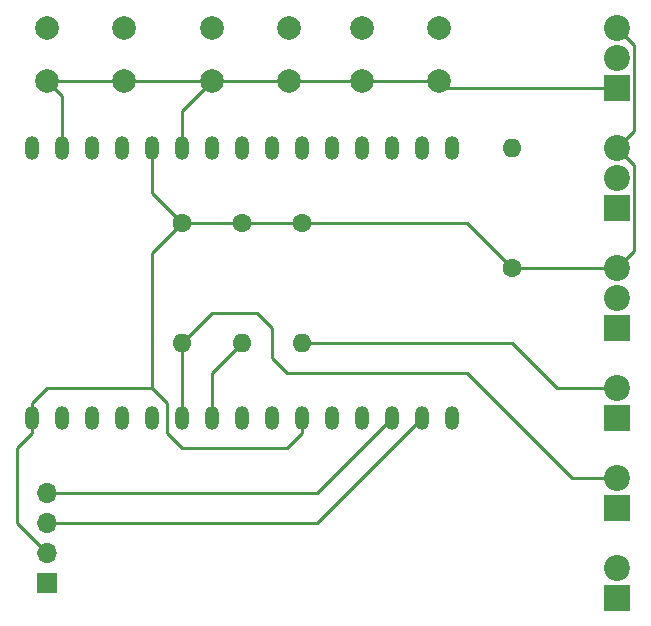
<source format=gbr>
%TF.GenerationSoftware,KiCad,Pcbnew,(5.1.6-0-10_14)*%
%TF.CreationDate,2020-09-21T00:36:23-04:00*%
%TF.ProjectId,MQTT Relay,4d515454-2052-4656-9c61-792e6b696361,rev?*%
%TF.SameCoordinates,Original*%
%TF.FileFunction,Copper,L1,Top*%
%TF.FilePolarity,Positive*%
%FSLAX46Y46*%
G04 Gerber Fmt 4.6, Leading zero omitted, Abs format (unit mm)*
G04 Created by KiCad (PCBNEW (5.1.6-0-10_14)) date 2020-09-21 00:36:23*
%MOMM*%
%LPD*%
G01*
G04 APERTURE LIST*
%TA.AperFunction,ComponentPad*%
%ADD10O,1.200000X2.000000*%
%TD*%
%TA.AperFunction,ComponentPad*%
%ADD11C,2.000000*%
%TD*%
%TA.AperFunction,ComponentPad*%
%ADD12C,2.200000*%
%TD*%
%TA.AperFunction,ComponentPad*%
%ADD13R,2.200000X2.200000*%
%TD*%
%TA.AperFunction,ComponentPad*%
%ADD14O,1.700000X1.700000*%
%TD*%
%TA.AperFunction,ComponentPad*%
%ADD15R,1.700000X1.700000*%
%TD*%
%TA.AperFunction,ComponentPad*%
%ADD16O,1.600000X1.600000*%
%TD*%
%TA.AperFunction,ComponentPad*%
%ADD17C,1.600000*%
%TD*%
%TA.AperFunction,Conductor*%
%ADD18C,0.250000*%
%TD*%
G04 APERTURE END LIST*
D10*
%TO.P,A1,15*%
%TO.N,Net-(A1-Pad15)*%
X119380000Y-72390000D03*
%TO.P,A1,16*%
%TO.N,Net-(A1-Pad16)*%
X119380000Y-49530000D03*
%TO.P,A1,14*%
%TO.N,Net-(A1-Pad14)*%
X116840000Y-72390000D03*
%TO.P,A1,17*%
%TO.N,N/C*%
X116840000Y-49530000D03*
%TO.P,A1,13*%
%TO.N,Net-(A1-Pad13)*%
X114300000Y-72390000D03*
%TO.P,A1,18*%
%TO.N,N/C*%
X114300000Y-49530000D03*
%TO.P,A1,12*%
%TO.N,Net-(A1-Pad12)*%
X111760000Y-72390000D03*
%TO.P,A1,19*%
%TO.N,Net-(A1-Pad19)*%
X111760000Y-49530000D03*
%TO.P,A1,11*%
%TO.N,Net-(A1-Pad11)*%
X109220000Y-72390000D03*
%TO.P,A1,20*%
%TO.N,Net-(A1-Pad20)*%
X109220000Y-49530000D03*
%TO.P,A1,10*%
%TO.N,+3V3*%
X106680000Y-72390000D03*
%TO.P,A1,21*%
%TO.N,Net-(A1-Pad21)*%
X106680000Y-49530000D03*
%TO.P,A1,9*%
%TO.N,GND*%
X104140000Y-72390000D03*
%TO.P,A1,22*%
%TO.N,Net-(A1-Pad22)*%
X104140000Y-49530000D03*
%TO.P,A1,8*%
%TO.N,Net-(A1-Pad8)*%
X101600000Y-72390000D03*
%TO.P,A1,23*%
%TO.N,Net-(A1-Pad23)*%
X101600000Y-49530000D03*
%TO.P,A1,7*%
%TO.N,/~CFG*%
X99060000Y-72390000D03*
%TO.P,A1,24*%
%TO.N,Net-(A1-Pad24)*%
X99060000Y-49530000D03*
%TO.P,A1,6*%
%TO.N,Net-(A1-Pad6)*%
X96520000Y-72390000D03*
%TO.P,A1,25*%
%TO.N,GND*%
X96520000Y-49530000D03*
%TO.P,A1,5*%
%TO.N,Net-(A1-Pad5)*%
X93980000Y-72390000D03*
%TO.P,A1,26*%
%TO.N,+3V3*%
X93980000Y-49530000D03*
%TO.P,A1,4*%
%TO.N,Net-(A1-Pad4)*%
X91440000Y-72390000D03*
%TO.P,A1,27*%
%TO.N,Net-(A1-Pad27)*%
X91440000Y-49530000D03*
%TO.P,A1,3*%
%TO.N,Net-(A1-Pad3)*%
X88900000Y-72390000D03*
%TO.P,A1,28*%
%TO.N,Net-(A1-Pad28)*%
X88900000Y-49530000D03*
%TO.P,A1,2*%
%TO.N,GND*%
X86360000Y-72390000D03*
%TO.P,A1,29*%
X86360000Y-49530000D03*
%TO.P,A1,1*%
%TO.N,+3V3*%
X83820000Y-72390000D03*
%TO.P,A1,30*%
%TO.N,Net-(A1-Pad30)*%
X83820000Y-49530000D03*
%TD*%
D11*
%TO.P,SW2,1*%
%TO.N,Net-(A1-Pad6)*%
X118260000Y-39370000D03*
%TO.P,SW2,2*%
%TO.N,GND*%
X118260000Y-43870000D03*
%TO.P,SW2,1*%
%TO.N,Net-(A1-Pad6)*%
X111760000Y-39370000D03*
%TO.P,SW2,2*%
%TO.N,GND*%
X111760000Y-43870000D03*
%TD*%
D12*
%TO.P,J6,3*%
%TO.N,+3V3*%
X133350000Y-59690000D03*
%TO.P,J6,2*%
%TO.N,Net-(A1-Pad11)*%
X133350000Y-62230000D03*
D13*
%TO.P,J6,1*%
%TO.N,GND*%
X133350000Y-64770000D03*
%TD*%
D12*
%TO.P,J5,3*%
%TO.N,+3V3*%
X133350000Y-49530000D03*
%TO.P,J5,2*%
%TO.N,Net-(A1-Pad12)*%
X133350000Y-52070000D03*
D13*
%TO.P,J5,1*%
%TO.N,GND*%
X133350000Y-54610000D03*
%TD*%
D12*
%TO.P,J4,2*%
%TO.N,Net-(A1-Pad6)*%
X133350000Y-77470000D03*
D13*
%TO.P,J4,1*%
%TO.N,GND*%
X133350000Y-80010000D03*
%TD*%
D14*
%TO.P,U1,4*%
%TO.N,Net-(A1-Pad13)*%
X85090000Y-78740000D03*
%TO.P,U1,3*%
%TO.N,Net-(A1-Pad14)*%
X85090000Y-81280000D03*
%TO.P,U1,2*%
%TO.N,+3V3*%
X85090000Y-83820000D03*
D15*
%TO.P,U1,1*%
%TO.N,GND*%
X85090000Y-86360000D03*
%TD*%
D11*
%TO.P,SW3,1*%
%TO.N,/~CFG*%
X91590000Y-39370000D03*
%TO.P,SW3,2*%
%TO.N,GND*%
X91590000Y-43870000D03*
%TO.P,SW3,1*%
%TO.N,/~CFG*%
X85090000Y-39370000D03*
%TO.P,SW3,2*%
%TO.N,GND*%
X85090000Y-43870000D03*
%TD*%
%TO.P,SW1,1*%
%TO.N,Net-(A1-Pad19)*%
X105560000Y-39370000D03*
%TO.P,SW1,2*%
%TO.N,GND*%
X105560000Y-43870000D03*
%TO.P,SW1,1*%
%TO.N,Net-(A1-Pad19)*%
X99060000Y-39370000D03*
%TO.P,SW1,2*%
%TO.N,GND*%
X99060000Y-43870000D03*
%TD*%
D16*
%TO.P,R4,2*%
%TO.N,/~CFG*%
X101600000Y-66040000D03*
D17*
%TO.P,R4,1*%
%TO.N,+3V3*%
X101600000Y-55880000D03*
%TD*%
D16*
%TO.P,R3,2*%
%TO.N,Net-(A1-Pad6)*%
X96520000Y-66040000D03*
D17*
%TO.P,R3,1*%
%TO.N,+3V3*%
X96520000Y-55880000D03*
%TD*%
D16*
%TO.P,R2,2*%
%TO.N,Net-(A1-Pad19)*%
X106680000Y-66040000D03*
D17*
%TO.P,R2,1*%
%TO.N,+3V3*%
X106680000Y-55880000D03*
%TD*%
D16*
%TO.P,R1,2*%
%TO.N,Net-(A1-Pad8)*%
X124460000Y-49530000D03*
D17*
%TO.P,R1,1*%
%TO.N,+3V3*%
X124460000Y-59690000D03*
%TD*%
D12*
%TO.P,J3,2*%
%TO.N,Net-(A1-Pad19)*%
X133350000Y-69850000D03*
D13*
%TO.P,J3,1*%
%TO.N,GND*%
X133350000Y-72390000D03*
%TD*%
D12*
%TO.P,J2,3*%
%TO.N,+3V3*%
X133350000Y-39370000D03*
%TO.P,J2,2*%
%TO.N,Net-(A1-Pad8)*%
X133350000Y-41910000D03*
D13*
%TO.P,J2,1*%
%TO.N,GND*%
X133350000Y-44450000D03*
%TD*%
D12*
%TO.P,J1,2*%
%TO.N,Net-(A1-Pad30)*%
X133350000Y-85090000D03*
D13*
%TO.P,J1,1*%
%TO.N,GND*%
X133350000Y-87630000D03*
%TD*%
D18*
%TO.N,GND*%
X132474999Y-45325001D02*
X133350000Y-44450000D01*
X118840000Y-44450000D02*
X118260000Y-43870000D01*
X133350000Y-44450000D02*
X118840000Y-44450000D01*
X118260000Y-43870000D02*
X85090000Y-43870000D01*
X99060000Y-43870000D02*
X96520000Y-46410000D01*
X96520000Y-46410000D02*
X96520000Y-49530000D01*
X85090000Y-43870000D02*
X86360000Y-45140000D01*
X86360000Y-45140000D02*
X86360000Y-49530000D01*
%TO.N,+3V3*%
X134775001Y-48104999D02*
X133350000Y-49530000D01*
X134775001Y-40795001D02*
X134775001Y-48104999D01*
X133350000Y-39370000D02*
X134775001Y-40795001D01*
X134775001Y-58264999D02*
X133350000Y-59690000D01*
X134775001Y-50955001D02*
X134775001Y-58264999D01*
X133350000Y-49530000D02*
X134775001Y-50955001D01*
X124460000Y-59690000D02*
X133350000Y-59690000D01*
X124460000Y-59690000D02*
X120650000Y-55880000D01*
X120650000Y-55880000D02*
X96520000Y-55880000D01*
X93980000Y-49530000D02*
X93980000Y-50800000D01*
X83820000Y-72390000D02*
X83820000Y-71120000D01*
X83820000Y-71120000D02*
X85090000Y-69850000D01*
X85090000Y-69850000D02*
X93980000Y-69850000D01*
X93980000Y-69850000D02*
X95250000Y-71120000D01*
X95250000Y-71120000D02*
X95250000Y-73660000D01*
X95250000Y-73660000D02*
X96520000Y-74930000D01*
X96520000Y-74930000D02*
X105410000Y-74930000D01*
X106680000Y-73660000D02*
X106680000Y-72390000D01*
X105410000Y-74930000D02*
X106680000Y-73660000D01*
X93980000Y-68580000D02*
X93980000Y-69850000D01*
X93980000Y-50800000D02*
X93980000Y-52705000D01*
X93980000Y-53340000D02*
X96520000Y-55880000D01*
X93980000Y-52705000D02*
X93980000Y-53340000D01*
X93980000Y-58420000D02*
X93980000Y-68580000D01*
X96520000Y-55880000D02*
X93980000Y-58420000D01*
X82550000Y-81280000D02*
X85090000Y-83820000D01*
X83820000Y-72390000D02*
X83820000Y-73660000D01*
X83820000Y-73660000D02*
X82550000Y-74930000D01*
X82550000Y-74930000D02*
X82550000Y-81280000D01*
%TO.N,Net-(A1-Pad19)*%
X128270000Y-69850000D02*
X133350000Y-69850000D01*
X106680000Y-66040000D02*
X124460000Y-66040000D01*
X124460000Y-66040000D02*
X128270000Y-69850000D01*
%TO.N,Net-(A1-Pad6)*%
X96520000Y-66040000D02*
X96520000Y-72390000D01*
X102870000Y-63500000D02*
X99060000Y-63500000D01*
X104140000Y-67310000D02*
X104140000Y-64770000D01*
X105410000Y-68580000D02*
X104140000Y-67310000D01*
X120650000Y-68580000D02*
X105410000Y-68580000D01*
X99060000Y-63500000D02*
X96520000Y-66040000D01*
X129540000Y-77470000D02*
X120650000Y-68580000D01*
X104140000Y-64770000D02*
X102870000Y-63500000D01*
X133350000Y-77470000D02*
X129540000Y-77470000D01*
%TO.N,/~CFG*%
X99060000Y-68580000D02*
X99060000Y-72390000D01*
X101600000Y-66040000D02*
X99060000Y-68580000D01*
%TO.N,Net-(A1-Pad13)*%
X107950000Y-78740000D02*
X85090000Y-78740000D01*
X114300000Y-72390000D02*
X107950000Y-78740000D01*
%TO.N,Net-(A1-Pad14)*%
X107950000Y-81280000D02*
X85090000Y-81280000D01*
X116840000Y-72390000D02*
X107950000Y-81280000D01*
%TD*%
M02*

</source>
